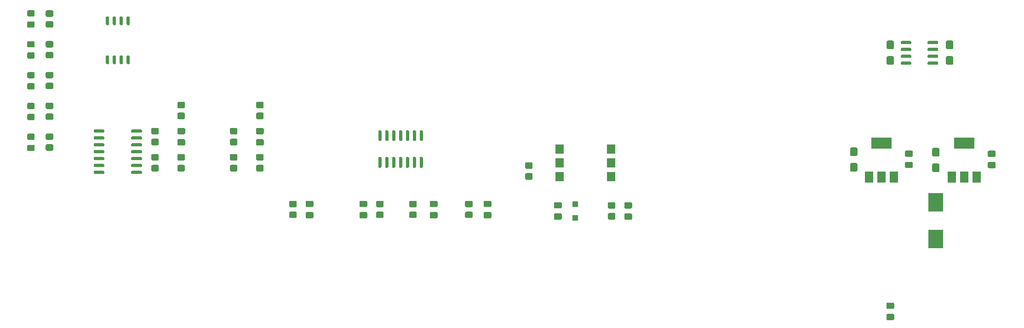
<source format=gbr>
%TF.GenerationSoftware,KiCad,Pcbnew,(5.1.10)-1*%
%TF.CreationDate,2021-06-27T19:19:49+02:00*%
%TF.ProjectId,xfm2,78666d32-2e6b-4696-9361-645f70636258,rev?*%
%TF.SameCoordinates,Original*%
%TF.FileFunction,Paste,Top*%
%TF.FilePolarity,Positive*%
%FSLAX46Y46*%
G04 Gerber Fmt 4.6, Leading zero omitted, Abs format (unit mm)*
G04 Created by KiCad (PCBNEW (5.1.10)-1) date 2021-06-27 19:19:49*
%MOMM*%
%LPD*%
G01*
G04 APERTURE LIST*
%ADD10R,1.500000X1.780000*%
%ADD11R,2.700000X3.500000*%
%ADD12R,3.800000X2.000000*%
%ADD13R,1.500000X2.000000*%
%ADD14R,1.000000X1.000000*%
G04 APERTURE END LIST*
%TO.C,U3*%
G36*
G01*
X77747000Y-95498000D02*
X77447000Y-95498000D01*
G75*
G02*
X77297000Y-95348000I0J150000D01*
G01*
X77297000Y-94048000D01*
G75*
G02*
X77447000Y-93898000I150000J0D01*
G01*
X77747000Y-93898000D01*
G75*
G02*
X77897000Y-94048000I0J-150000D01*
G01*
X77897000Y-95348000D01*
G75*
G02*
X77747000Y-95498000I-150000J0D01*
G01*
G37*
G36*
G01*
X79017000Y-95498000D02*
X78717000Y-95498000D01*
G75*
G02*
X78567000Y-95348000I0J150000D01*
G01*
X78567000Y-94048000D01*
G75*
G02*
X78717000Y-93898000I150000J0D01*
G01*
X79017000Y-93898000D01*
G75*
G02*
X79167000Y-94048000I0J-150000D01*
G01*
X79167000Y-95348000D01*
G75*
G02*
X79017000Y-95498000I-150000J0D01*
G01*
G37*
G36*
G01*
X80287000Y-95498000D02*
X79987000Y-95498000D01*
G75*
G02*
X79837000Y-95348000I0J150000D01*
G01*
X79837000Y-94048000D01*
G75*
G02*
X79987000Y-93898000I150000J0D01*
G01*
X80287000Y-93898000D01*
G75*
G02*
X80437000Y-94048000I0J-150000D01*
G01*
X80437000Y-95348000D01*
G75*
G02*
X80287000Y-95498000I-150000J0D01*
G01*
G37*
G36*
G01*
X81557000Y-95498000D02*
X81257000Y-95498000D01*
G75*
G02*
X81107000Y-95348000I0J150000D01*
G01*
X81107000Y-94048000D01*
G75*
G02*
X81257000Y-93898000I150000J0D01*
G01*
X81557000Y-93898000D01*
G75*
G02*
X81707000Y-94048000I0J-150000D01*
G01*
X81707000Y-95348000D01*
G75*
G02*
X81557000Y-95498000I-150000J0D01*
G01*
G37*
G36*
G01*
X81557000Y-102698000D02*
X81257000Y-102698000D01*
G75*
G02*
X81107000Y-102548000I0J150000D01*
G01*
X81107000Y-101248000D01*
G75*
G02*
X81257000Y-101098000I150000J0D01*
G01*
X81557000Y-101098000D01*
G75*
G02*
X81707000Y-101248000I0J-150000D01*
G01*
X81707000Y-102548000D01*
G75*
G02*
X81557000Y-102698000I-150000J0D01*
G01*
G37*
G36*
G01*
X80287000Y-102698000D02*
X79987000Y-102698000D01*
G75*
G02*
X79837000Y-102548000I0J150000D01*
G01*
X79837000Y-101248000D01*
G75*
G02*
X79987000Y-101098000I150000J0D01*
G01*
X80287000Y-101098000D01*
G75*
G02*
X80437000Y-101248000I0J-150000D01*
G01*
X80437000Y-102548000D01*
G75*
G02*
X80287000Y-102698000I-150000J0D01*
G01*
G37*
G36*
G01*
X79017000Y-102698000D02*
X78717000Y-102698000D01*
G75*
G02*
X78567000Y-102548000I0J150000D01*
G01*
X78567000Y-101248000D01*
G75*
G02*
X78717000Y-101098000I150000J0D01*
G01*
X79017000Y-101098000D01*
G75*
G02*
X79167000Y-101248000I0J-150000D01*
G01*
X79167000Y-102548000D01*
G75*
G02*
X79017000Y-102698000I-150000J0D01*
G01*
G37*
G36*
G01*
X77747000Y-102698000D02*
X77447000Y-102698000D01*
G75*
G02*
X77297000Y-102548000I0J150000D01*
G01*
X77297000Y-101248000D01*
G75*
G02*
X77447000Y-101098000I150000J0D01*
G01*
X77747000Y-101098000D01*
G75*
G02*
X77897000Y-101248000I0J-150000D01*
G01*
X77897000Y-102548000D01*
G75*
G02*
X77747000Y-102698000I-150000J0D01*
G01*
G37*
%TD*%
%TO.C,C1*%
G36*
G01*
X222217000Y-149961000D02*
X221267000Y-149961000D01*
G75*
G02*
X221017000Y-149711000I0J250000D01*
G01*
X221017000Y-149036000D01*
G75*
G02*
X221267000Y-148786000I250000J0D01*
G01*
X222217000Y-148786000D01*
G75*
G02*
X222467000Y-149036000I0J-250000D01*
G01*
X222467000Y-149711000D01*
G75*
G02*
X222217000Y-149961000I-250000J0D01*
G01*
G37*
G36*
G01*
X222217000Y-147886000D02*
X221267000Y-147886000D01*
G75*
G02*
X221017000Y-147636000I0J250000D01*
G01*
X221017000Y-146961000D01*
G75*
G02*
X221267000Y-146711000I250000J0D01*
G01*
X222217000Y-146711000D01*
G75*
G02*
X222467000Y-146961000I0J-250000D01*
G01*
X222467000Y-147636000D01*
G75*
G02*
X222217000Y-147886000I-250000J0D01*
G01*
G37*
%TD*%
%TO.C,D2*%
G36*
G01*
X63049999Y-117589000D02*
X63950001Y-117589000D01*
G75*
G02*
X64200000Y-117838999I0J-249999D01*
G01*
X64200000Y-118489001D01*
G75*
G02*
X63950001Y-118739000I-249999J0D01*
G01*
X63049999Y-118739000D01*
G75*
G02*
X62800000Y-118489001I0J249999D01*
G01*
X62800000Y-117838999D01*
G75*
G02*
X63049999Y-117589000I249999J0D01*
G01*
G37*
G36*
G01*
X63049999Y-115539000D02*
X63950001Y-115539000D01*
G75*
G02*
X64200000Y-115788999I0J-249999D01*
G01*
X64200000Y-116439001D01*
G75*
G02*
X63950001Y-116689000I-249999J0D01*
G01*
X63049999Y-116689000D01*
G75*
G02*
X62800000Y-116439001I0J249999D01*
G01*
X62800000Y-115788999D01*
G75*
G02*
X63049999Y-115539000I249999J0D01*
G01*
G37*
%TD*%
%TO.C,D3*%
G36*
G01*
X63049999Y-109851332D02*
X63950001Y-109851332D01*
G75*
G02*
X64200000Y-110101331I0J-249999D01*
G01*
X64200000Y-110751333D01*
G75*
G02*
X63950001Y-111001332I-249999J0D01*
G01*
X63049999Y-111001332D01*
G75*
G02*
X62800000Y-110751333I0J249999D01*
G01*
X62800000Y-110101331D01*
G75*
G02*
X63049999Y-109851332I249999J0D01*
G01*
G37*
G36*
G01*
X63049999Y-111901332D02*
X63950001Y-111901332D01*
G75*
G02*
X64200000Y-112151331I0J-249999D01*
G01*
X64200000Y-112801333D01*
G75*
G02*
X63950001Y-113051332I-249999J0D01*
G01*
X63049999Y-113051332D01*
G75*
G02*
X62800000Y-112801333I0J249999D01*
G01*
X62800000Y-112151331D01*
G75*
G02*
X63049999Y-111901332I249999J0D01*
G01*
G37*
%TD*%
%TO.C,D4*%
G36*
G01*
X63049999Y-104163666D02*
X63950001Y-104163666D01*
G75*
G02*
X64200000Y-104413665I0J-249999D01*
G01*
X64200000Y-105063667D01*
G75*
G02*
X63950001Y-105313666I-249999J0D01*
G01*
X63049999Y-105313666D01*
G75*
G02*
X62800000Y-105063667I0J249999D01*
G01*
X62800000Y-104413665D01*
G75*
G02*
X63049999Y-104163666I249999J0D01*
G01*
G37*
G36*
G01*
X63049999Y-106213666D02*
X63950001Y-106213666D01*
G75*
G02*
X64200000Y-106463665I0J-249999D01*
G01*
X64200000Y-107113667D01*
G75*
G02*
X63950001Y-107363666I-249999J0D01*
G01*
X63049999Y-107363666D01*
G75*
G02*
X62800000Y-107113667I0J249999D01*
G01*
X62800000Y-106463665D01*
G75*
G02*
X63049999Y-106213666I249999J0D01*
G01*
G37*
%TD*%
%TO.C,D5*%
G36*
G01*
X63049999Y-100526000D02*
X63950001Y-100526000D01*
G75*
G02*
X64200000Y-100775999I0J-249999D01*
G01*
X64200000Y-101426001D01*
G75*
G02*
X63950001Y-101676000I-249999J0D01*
G01*
X63049999Y-101676000D01*
G75*
G02*
X62800000Y-101426001I0J249999D01*
G01*
X62800000Y-100775999D01*
G75*
G02*
X63049999Y-100526000I249999J0D01*
G01*
G37*
G36*
G01*
X63049999Y-98476000D02*
X63950001Y-98476000D01*
G75*
G02*
X64200000Y-98725999I0J-249999D01*
G01*
X64200000Y-99376001D01*
G75*
G02*
X63950001Y-99626000I-249999J0D01*
G01*
X63049999Y-99626000D01*
G75*
G02*
X62800000Y-99376001I0J249999D01*
G01*
X62800000Y-98725999D01*
G75*
G02*
X63049999Y-98476000I249999J0D01*
G01*
G37*
%TD*%
%TO.C,R1*%
G36*
G01*
X170884001Y-129394000D02*
X169983999Y-129394000D01*
G75*
G02*
X169734000Y-129144001I0J249999D01*
G01*
X169734000Y-128443999D01*
G75*
G02*
X169983999Y-128194000I249999J0D01*
G01*
X170884001Y-128194000D01*
G75*
G02*
X171134000Y-128443999I0J-249999D01*
G01*
X171134000Y-129144001D01*
G75*
G02*
X170884001Y-129394000I-249999J0D01*
G01*
G37*
G36*
G01*
X170884001Y-131394000D02*
X169983999Y-131394000D01*
G75*
G02*
X169734000Y-131144001I0J249999D01*
G01*
X169734000Y-130443999D01*
G75*
G02*
X169983999Y-130194000I249999J0D01*
G01*
X170884001Y-130194000D01*
G75*
G02*
X171134000Y-130443999I0J-249999D01*
G01*
X171134000Y-131144001D01*
G75*
G02*
X170884001Y-131394000I-249999J0D01*
G01*
G37*
%TD*%
%TO.C,R2*%
G36*
G01*
X155644001Y-124028000D02*
X154743999Y-124028000D01*
G75*
G02*
X154494000Y-123778001I0J249999D01*
G01*
X154494000Y-123077999D01*
G75*
G02*
X154743999Y-122828000I249999J0D01*
G01*
X155644001Y-122828000D01*
G75*
G02*
X155894000Y-123077999I0J-249999D01*
G01*
X155894000Y-123778001D01*
G75*
G02*
X155644001Y-124028000I-249999J0D01*
G01*
G37*
G36*
G01*
X155644001Y-122028000D02*
X154743999Y-122028000D01*
G75*
G02*
X154494000Y-121778001I0J249999D01*
G01*
X154494000Y-121077999D01*
G75*
G02*
X154743999Y-120828000I249999J0D01*
G01*
X155644001Y-120828000D01*
G75*
G02*
X155894000Y-121077999I0J-249999D01*
G01*
X155894000Y-121778001D01*
G75*
G02*
X155644001Y-122028000I-249999J0D01*
G01*
G37*
%TD*%
%TO.C,R3*%
G36*
G01*
X128212001Y-131110000D02*
X127311999Y-131110000D01*
G75*
G02*
X127062000Y-130860001I0J249999D01*
G01*
X127062000Y-130159999D01*
G75*
G02*
X127311999Y-129910000I249999J0D01*
G01*
X128212001Y-129910000D01*
G75*
G02*
X128462000Y-130159999I0J-249999D01*
G01*
X128462000Y-130860001D01*
G75*
G02*
X128212001Y-131110000I-249999J0D01*
G01*
G37*
G36*
G01*
X128212001Y-129110000D02*
X127311999Y-129110000D01*
G75*
G02*
X127062000Y-128860001I0J249999D01*
G01*
X127062000Y-128159999D01*
G75*
G02*
X127311999Y-127910000I249999J0D01*
G01*
X128212001Y-127910000D01*
G75*
G02*
X128462000Y-128159999I0J-249999D01*
G01*
X128462000Y-128860001D01*
G75*
G02*
X128212001Y-129110000I-249999J0D01*
G01*
G37*
%TD*%
%TO.C,R4*%
G36*
G01*
X143694999Y-129910000D02*
X144595001Y-129910000D01*
G75*
G02*
X144845000Y-130159999I0J-249999D01*
G01*
X144845000Y-130860001D01*
G75*
G02*
X144595001Y-131110000I-249999J0D01*
G01*
X143694999Y-131110000D01*
G75*
G02*
X143445000Y-130860001I0J249999D01*
G01*
X143445000Y-130159999D01*
G75*
G02*
X143694999Y-129910000I249999J0D01*
G01*
G37*
G36*
G01*
X143694999Y-127910000D02*
X144595001Y-127910000D01*
G75*
G02*
X144845000Y-128159999I0J-249999D01*
G01*
X144845000Y-128860001D01*
G75*
G02*
X144595001Y-129110000I-249999J0D01*
G01*
X143694999Y-129110000D01*
G75*
G02*
X143445000Y-128860001I0J249999D01*
G01*
X143445000Y-128159999D01*
G75*
G02*
X143694999Y-127910000I249999J0D01*
G01*
G37*
%TD*%
%TO.C,R5*%
G36*
G01*
X67379001Y-116694000D02*
X66478999Y-116694000D01*
G75*
G02*
X66229000Y-116444001I0J249999D01*
G01*
X66229000Y-115743999D01*
G75*
G02*
X66478999Y-115494000I249999J0D01*
G01*
X67379001Y-115494000D01*
G75*
G02*
X67629000Y-115743999I0J-249999D01*
G01*
X67629000Y-116444001D01*
G75*
G02*
X67379001Y-116694000I-249999J0D01*
G01*
G37*
G36*
G01*
X67379001Y-118694000D02*
X66478999Y-118694000D01*
G75*
G02*
X66229000Y-118444001I0J249999D01*
G01*
X66229000Y-117743999D01*
G75*
G02*
X66478999Y-117494000I249999J0D01*
G01*
X67379001Y-117494000D01*
G75*
G02*
X67629000Y-117743999I0J-249999D01*
G01*
X67629000Y-118444001D01*
G75*
G02*
X67379001Y-118694000I-249999J0D01*
G01*
G37*
%TD*%
%TO.C,R6*%
G36*
G01*
X67379001Y-113006332D02*
X66478999Y-113006332D01*
G75*
G02*
X66229000Y-112756333I0J249999D01*
G01*
X66229000Y-112056331D01*
G75*
G02*
X66478999Y-111806332I249999J0D01*
G01*
X67379001Y-111806332D01*
G75*
G02*
X67629000Y-112056331I0J-249999D01*
G01*
X67629000Y-112756333D01*
G75*
G02*
X67379001Y-113006332I-249999J0D01*
G01*
G37*
G36*
G01*
X67379001Y-111006332D02*
X66478999Y-111006332D01*
G75*
G02*
X66229000Y-110756333I0J249999D01*
G01*
X66229000Y-110056331D01*
G75*
G02*
X66478999Y-109806332I249999J0D01*
G01*
X67379001Y-109806332D01*
G75*
G02*
X67629000Y-110056331I0J-249999D01*
G01*
X67629000Y-110756333D01*
G75*
G02*
X67379001Y-111006332I-249999J0D01*
G01*
G37*
%TD*%
%TO.C,R7*%
G36*
G01*
X67379001Y-105318666D02*
X66478999Y-105318666D01*
G75*
G02*
X66229000Y-105068667I0J249999D01*
G01*
X66229000Y-104368665D01*
G75*
G02*
X66478999Y-104118666I249999J0D01*
G01*
X67379001Y-104118666D01*
G75*
G02*
X67629000Y-104368665I0J-249999D01*
G01*
X67629000Y-105068667D01*
G75*
G02*
X67379001Y-105318666I-249999J0D01*
G01*
G37*
G36*
G01*
X67379001Y-107318666D02*
X66478999Y-107318666D01*
G75*
G02*
X66229000Y-107068667I0J249999D01*
G01*
X66229000Y-106368665D01*
G75*
G02*
X66478999Y-106118666I249999J0D01*
G01*
X67379001Y-106118666D01*
G75*
G02*
X67629000Y-106368665I0J-249999D01*
G01*
X67629000Y-107068667D01*
G75*
G02*
X67379001Y-107318666I-249999J0D01*
G01*
G37*
%TD*%
%TO.C,R8*%
G36*
G01*
X67379001Y-101631000D02*
X66478999Y-101631000D01*
G75*
G02*
X66229000Y-101381001I0J249999D01*
G01*
X66229000Y-100680999D01*
G75*
G02*
X66478999Y-100431000I249999J0D01*
G01*
X67379001Y-100431000D01*
G75*
G02*
X67629000Y-100680999I0J-249999D01*
G01*
X67629000Y-101381001D01*
G75*
G02*
X67379001Y-101631000I-249999J0D01*
G01*
G37*
G36*
G01*
X67379001Y-99631000D02*
X66478999Y-99631000D01*
G75*
G02*
X66229000Y-99381001I0J249999D01*
G01*
X66229000Y-98680999D01*
G75*
G02*
X66478999Y-98431000I249999J0D01*
G01*
X67379001Y-98431000D01*
G75*
G02*
X67629000Y-98680999I0J-249999D01*
G01*
X67629000Y-99381001D01*
G75*
G02*
X67379001Y-99631000I-249999J0D01*
G01*
G37*
%TD*%
%TO.C,FB1*%
G36*
G01*
X148049000Y-131165000D02*
X147099000Y-131165000D01*
G75*
G02*
X146849000Y-130915000I0J250000D01*
G01*
X146849000Y-130240000D01*
G75*
G02*
X147099000Y-129990000I250000J0D01*
G01*
X148049000Y-129990000D01*
G75*
G02*
X148299000Y-130240000I0J-250000D01*
G01*
X148299000Y-130915000D01*
G75*
G02*
X148049000Y-131165000I-250000J0D01*
G01*
G37*
G36*
G01*
X148049000Y-129090000D02*
X147099000Y-129090000D01*
G75*
G02*
X146849000Y-128840000I0J250000D01*
G01*
X146849000Y-128165000D01*
G75*
G02*
X147099000Y-127915000I250000J0D01*
G01*
X148049000Y-127915000D01*
G75*
G02*
X148299000Y-128165000I0J-250000D01*
G01*
X148299000Y-128840000D01*
G75*
G02*
X148049000Y-129090000I-250000J0D01*
G01*
G37*
%TD*%
%TO.C,FB2*%
G36*
G01*
X115283000Y-129090000D02*
X114333000Y-129090000D01*
G75*
G02*
X114083000Y-128840000I0J250000D01*
G01*
X114083000Y-128165000D01*
G75*
G02*
X114333000Y-127915000I250000J0D01*
G01*
X115283000Y-127915000D01*
G75*
G02*
X115533000Y-128165000I0J-250000D01*
G01*
X115533000Y-128840000D01*
G75*
G02*
X115283000Y-129090000I-250000J0D01*
G01*
G37*
G36*
G01*
X115283000Y-131165000D02*
X114333000Y-131165000D01*
G75*
G02*
X114083000Y-130915000I0J250000D01*
G01*
X114083000Y-130240000D01*
G75*
G02*
X114333000Y-129990000I250000J0D01*
G01*
X115283000Y-129990000D01*
G75*
G02*
X115533000Y-130240000I0J-250000D01*
G01*
X115533000Y-130915000D01*
G75*
G02*
X115283000Y-131165000I-250000J0D01*
G01*
G37*
%TD*%
%TO.C,FB3*%
G36*
G01*
X173957000Y-129365500D02*
X173007000Y-129365500D01*
G75*
G02*
X172757000Y-129115500I0J250000D01*
G01*
X172757000Y-128440500D01*
G75*
G02*
X173007000Y-128190500I250000J0D01*
G01*
X173957000Y-128190500D01*
G75*
G02*
X174207000Y-128440500I0J-250000D01*
G01*
X174207000Y-129115500D01*
G75*
G02*
X173957000Y-129365500I-250000J0D01*
G01*
G37*
G36*
G01*
X173957000Y-131440500D02*
X173007000Y-131440500D01*
G75*
G02*
X172757000Y-131190500I0J250000D01*
G01*
X172757000Y-130515500D01*
G75*
G02*
X173007000Y-130265500I250000J0D01*
G01*
X173957000Y-130265500D01*
G75*
G02*
X174207000Y-130515500I0J-250000D01*
G01*
X174207000Y-131190500D01*
G75*
G02*
X173957000Y-131440500I-250000J0D01*
G01*
G37*
%TD*%
%TO.C,FB4*%
G36*
G01*
X161003000Y-131419000D02*
X160053000Y-131419000D01*
G75*
G02*
X159803000Y-131169000I0J250000D01*
G01*
X159803000Y-130494000D01*
G75*
G02*
X160053000Y-130244000I250000J0D01*
G01*
X161003000Y-130244000D01*
G75*
G02*
X161253000Y-130494000I0J-250000D01*
G01*
X161253000Y-131169000D01*
G75*
G02*
X161003000Y-131419000I-250000J0D01*
G01*
G37*
G36*
G01*
X161003000Y-129344000D02*
X160053000Y-129344000D01*
G75*
G02*
X159803000Y-129094000I0J250000D01*
G01*
X159803000Y-128419000D01*
G75*
G02*
X160053000Y-128169000I250000J0D01*
G01*
X161003000Y-128169000D01*
G75*
G02*
X161253000Y-128419000I0J-250000D01*
G01*
X161253000Y-129094000D01*
G75*
G02*
X161003000Y-129344000I-250000J0D01*
G01*
G37*
%TD*%
%TO.C,FB5*%
G36*
G01*
X137193000Y-129990000D02*
X138143000Y-129990000D01*
G75*
G02*
X138393000Y-130240000I0J-250000D01*
G01*
X138393000Y-130915000D01*
G75*
G02*
X138143000Y-131165000I-250000J0D01*
G01*
X137193000Y-131165000D01*
G75*
G02*
X136943000Y-130915000I0J250000D01*
G01*
X136943000Y-130240000D01*
G75*
G02*
X137193000Y-129990000I250000J0D01*
G01*
G37*
G36*
G01*
X137193000Y-127915000D02*
X138143000Y-127915000D01*
G75*
G02*
X138393000Y-128165000I0J-250000D01*
G01*
X138393000Y-128840000D01*
G75*
G02*
X138143000Y-129090000I-250000J0D01*
G01*
X137193000Y-129090000D01*
G75*
G02*
X136943000Y-128840000I0J250000D01*
G01*
X136943000Y-128165000D01*
G75*
G02*
X137193000Y-127915000I250000J0D01*
G01*
G37*
%TD*%
%TO.C,FB6*%
G36*
G01*
X124239000Y-127915000D02*
X125189000Y-127915000D01*
G75*
G02*
X125439000Y-128165000I0J-250000D01*
G01*
X125439000Y-128840000D01*
G75*
G02*
X125189000Y-129090000I-250000J0D01*
G01*
X124239000Y-129090000D01*
G75*
G02*
X123989000Y-128840000I0J250000D01*
G01*
X123989000Y-128165000D01*
G75*
G02*
X124239000Y-127915000I250000J0D01*
G01*
G37*
G36*
G01*
X124239000Y-129990000D02*
X125189000Y-129990000D01*
G75*
G02*
X125439000Y-130240000I0J-250000D01*
G01*
X125439000Y-130915000D01*
G75*
G02*
X125189000Y-131165000I-250000J0D01*
G01*
X124239000Y-131165000D01*
G75*
G02*
X123989000Y-130915000I0J250000D01*
G01*
X123989000Y-130240000D01*
G75*
G02*
X124239000Y-129990000I250000J0D01*
G01*
G37*
%TD*%
%TO.C,R9*%
G36*
G01*
X111309999Y-127910000D02*
X112210001Y-127910000D01*
G75*
G02*
X112460000Y-128159999I0J-249999D01*
G01*
X112460000Y-128860001D01*
G75*
G02*
X112210001Y-129110000I-249999J0D01*
G01*
X111309999Y-129110000D01*
G75*
G02*
X111060000Y-128860001I0J249999D01*
G01*
X111060000Y-128159999D01*
G75*
G02*
X111309999Y-127910000I249999J0D01*
G01*
G37*
G36*
G01*
X111309999Y-129910000D02*
X112210001Y-129910000D01*
G75*
G02*
X112460000Y-130159999I0J-249999D01*
G01*
X112460000Y-130860001D01*
G75*
G02*
X112210001Y-131110000I-249999J0D01*
G01*
X111309999Y-131110000D01*
G75*
G02*
X111060000Y-130860001I0J249999D01*
G01*
X111060000Y-130159999D01*
G75*
G02*
X111309999Y-129910000I249999J0D01*
G01*
G37*
%TD*%
%TO.C,R10*%
G36*
G01*
X134308001Y-129110000D02*
X133407999Y-129110000D01*
G75*
G02*
X133158000Y-128860001I0J249999D01*
G01*
X133158000Y-128159999D01*
G75*
G02*
X133407999Y-127910000I249999J0D01*
G01*
X134308001Y-127910000D01*
G75*
G02*
X134558000Y-128159999I0J-249999D01*
G01*
X134558000Y-128860001D01*
G75*
G02*
X134308001Y-129110000I-249999J0D01*
G01*
G37*
G36*
G01*
X134308001Y-131110000D02*
X133407999Y-131110000D01*
G75*
G02*
X133158000Y-130860001I0J249999D01*
G01*
X133158000Y-130159999D01*
G75*
G02*
X133407999Y-129910000I249999J0D01*
G01*
X134308001Y-129910000D01*
G75*
G02*
X134558000Y-130159999I0J-249999D01*
G01*
X134558000Y-130860001D01*
G75*
G02*
X134308001Y-131110000I-249999J0D01*
G01*
G37*
%TD*%
%TO.C,U5*%
G36*
G01*
X135232000Y-114914000D02*
X135532000Y-114914000D01*
G75*
G02*
X135682000Y-115064000I0J-150000D01*
G01*
X135682000Y-116714000D01*
G75*
G02*
X135532000Y-116864000I-150000J0D01*
G01*
X135232000Y-116864000D01*
G75*
G02*
X135082000Y-116714000I0J150000D01*
G01*
X135082000Y-115064000D01*
G75*
G02*
X135232000Y-114914000I150000J0D01*
G01*
G37*
G36*
G01*
X133962000Y-114914000D02*
X134262000Y-114914000D01*
G75*
G02*
X134412000Y-115064000I0J-150000D01*
G01*
X134412000Y-116714000D01*
G75*
G02*
X134262000Y-116864000I-150000J0D01*
G01*
X133962000Y-116864000D01*
G75*
G02*
X133812000Y-116714000I0J150000D01*
G01*
X133812000Y-115064000D01*
G75*
G02*
X133962000Y-114914000I150000J0D01*
G01*
G37*
G36*
G01*
X132692000Y-114914000D02*
X132992000Y-114914000D01*
G75*
G02*
X133142000Y-115064000I0J-150000D01*
G01*
X133142000Y-116714000D01*
G75*
G02*
X132992000Y-116864000I-150000J0D01*
G01*
X132692000Y-116864000D01*
G75*
G02*
X132542000Y-116714000I0J150000D01*
G01*
X132542000Y-115064000D01*
G75*
G02*
X132692000Y-114914000I150000J0D01*
G01*
G37*
G36*
G01*
X131422000Y-114914000D02*
X131722000Y-114914000D01*
G75*
G02*
X131872000Y-115064000I0J-150000D01*
G01*
X131872000Y-116714000D01*
G75*
G02*
X131722000Y-116864000I-150000J0D01*
G01*
X131422000Y-116864000D01*
G75*
G02*
X131272000Y-116714000I0J150000D01*
G01*
X131272000Y-115064000D01*
G75*
G02*
X131422000Y-114914000I150000J0D01*
G01*
G37*
G36*
G01*
X130152000Y-114914000D02*
X130452000Y-114914000D01*
G75*
G02*
X130602000Y-115064000I0J-150000D01*
G01*
X130602000Y-116714000D01*
G75*
G02*
X130452000Y-116864000I-150000J0D01*
G01*
X130152000Y-116864000D01*
G75*
G02*
X130002000Y-116714000I0J150000D01*
G01*
X130002000Y-115064000D01*
G75*
G02*
X130152000Y-114914000I150000J0D01*
G01*
G37*
G36*
G01*
X128882000Y-114914000D02*
X129182000Y-114914000D01*
G75*
G02*
X129332000Y-115064000I0J-150000D01*
G01*
X129332000Y-116714000D01*
G75*
G02*
X129182000Y-116864000I-150000J0D01*
G01*
X128882000Y-116864000D01*
G75*
G02*
X128732000Y-116714000I0J150000D01*
G01*
X128732000Y-115064000D01*
G75*
G02*
X128882000Y-114914000I150000J0D01*
G01*
G37*
G36*
G01*
X127612000Y-114914000D02*
X127912000Y-114914000D01*
G75*
G02*
X128062000Y-115064000I0J-150000D01*
G01*
X128062000Y-116714000D01*
G75*
G02*
X127912000Y-116864000I-150000J0D01*
G01*
X127612000Y-116864000D01*
G75*
G02*
X127462000Y-116714000I0J150000D01*
G01*
X127462000Y-115064000D01*
G75*
G02*
X127612000Y-114914000I150000J0D01*
G01*
G37*
G36*
G01*
X127612000Y-119864000D02*
X127912000Y-119864000D01*
G75*
G02*
X128062000Y-120014000I0J-150000D01*
G01*
X128062000Y-121664000D01*
G75*
G02*
X127912000Y-121814000I-150000J0D01*
G01*
X127612000Y-121814000D01*
G75*
G02*
X127462000Y-121664000I0J150000D01*
G01*
X127462000Y-120014000D01*
G75*
G02*
X127612000Y-119864000I150000J0D01*
G01*
G37*
G36*
G01*
X128882000Y-119864000D02*
X129182000Y-119864000D01*
G75*
G02*
X129332000Y-120014000I0J-150000D01*
G01*
X129332000Y-121664000D01*
G75*
G02*
X129182000Y-121814000I-150000J0D01*
G01*
X128882000Y-121814000D01*
G75*
G02*
X128732000Y-121664000I0J150000D01*
G01*
X128732000Y-120014000D01*
G75*
G02*
X128882000Y-119864000I150000J0D01*
G01*
G37*
G36*
G01*
X130152000Y-119864000D02*
X130452000Y-119864000D01*
G75*
G02*
X130602000Y-120014000I0J-150000D01*
G01*
X130602000Y-121664000D01*
G75*
G02*
X130452000Y-121814000I-150000J0D01*
G01*
X130152000Y-121814000D01*
G75*
G02*
X130002000Y-121664000I0J150000D01*
G01*
X130002000Y-120014000D01*
G75*
G02*
X130152000Y-119864000I150000J0D01*
G01*
G37*
G36*
G01*
X131422000Y-119864000D02*
X131722000Y-119864000D01*
G75*
G02*
X131872000Y-120014000I0J-150000D01*
G01*
X131872000Y-121664000D01*
G75*
G02*
X131722000Y-121814000I-150000J0D01*
G01*
X131422000Y-121814000D01*
G75*
G02*
X131272000Y-121664000I0J150000D01*
G01*
X131272000Y-120014000D01*
G75*
G02*
X131422000Y-119864000I150000J0D01*
G01*
G37*
G36*
G01*
X132692000Y-119864000D02*
X132992000Y-119864000D01*
G75*
G02*
X133142000Y-120014000I0J-150000D01*
G01*
X133142000Y-121664000D01*
G75*
G02*
X132992000Y-121814000I-150000J0D01*
G01*
X132692000Y-121814000D01*
G75*
G02*
X132542000Y-121664000I0J150000D01*
G01*
X132542000Y-120014000D01*
G75*
G02*
X132692000Y-119864000I150000J0D01*
G01*
G37*
G36*
G01*
X133962000Y-119864000D02*
X134262000Y-119864000D01*
G75*
G02*
X134412000Y-120014000I0J-150000D01*
G01*
X134412000Y-121664000D01*
G75*
G02*
X134262000Y-121814000I-150000J0D01*
G01*
X133962000Y-121814000D01*
G75*
G02*
X133812000Y-121664000I0J150000D01*
G01*
X133812000Y-120014000D01*
G75*
G02*
X133962000Y-119864000I150000J0D01*
G01*
G37*
G36*
G01*
X135232000Y-119864000D02*
X135532000Y-119864000D01*
G75*
G02*
X135682000Y-120014000I0J-150000D01*
G01*
X135682000Y-121664000D01*
G75*
G02*
X135532000Y-121814000I-150000J0D01*
G01*
X135232000Y-121814000D01*
G75*
G02*
X135082000Y-121664000I0J150000D01*
G01*
X135082000Y-120014000D01*
G75*
G02*
X135232000Y-119864000I150000J0D01*
G01*
G37*
%TD*%
D10*
%TO.C,U1*%
X170373000Y-123444000D03*
X160843000Y-118364000D03*
X170373000Y-120904000D03*
X160843000Y-120904000D03*
X170373000Y-118364000D03*
X160843000Y-123444000D03*
%TD*%
%TO.C,C2*%
G36*
G01*
X239936000Y-118664000D02*
X240886000Y-118664000D01*
G75*
G02*
X241136000Y-118914000I0J-250000D01*
G01*
X241136000Y-119589000D01*
G75*
G02*
X240886000Y-119839000I-250000J0D01*
G01*
X239936000Y-119839000D01*
G75*
G02*
X239686000Y-119589000I0J250000D01*
G01*
X239686000Y-118914000D01*
G75*
G02*
X239936000Y-118664000I250000J0D01*
G01*
G37*
G36*
G01*
X239936000Y-120739000D02*
X240886000Y-120739000D01*
G75*
G02*
X241136000Y-120989000I0J-250000D01*
G01*
X241136000Y-121664000D01*
G75*
G02*
X240886000Y-121914000I-250000J0D01*
G01*
X239936000Y-121914000D01*
G75*
G02*
X239686000Y-121664000I0J250000D01*
G01*
X239686000Y-120989000D01*
G75*
G02*
X239936000Y-120739000I250000J0D01*
G01*
G37*
%TD*%
%TO.C,C3*%
G36*
G01*
X224696000Y-120719000D02*
X225646000Y-120719000D01*
G75*
G02*
X225896000Y-120969000I0J-250000D01*
G01*
X225896000Y-121644000D01*
G75*
G02*
X225646000Y-121894000I-250000J0D01*
G01*
X224696000Y-121894000D01*
G75*
G02*
X224446000Y-121644000I0J250000D01*
G01*
X224446000Y-120969000D01*
G75*
G02*
X224696000Y-120719000I250000J0D01*
G01*
G37*
G36*
G01*
X224696000Y-118644000D02*
X225646000Y-118644000D01*
G75*
G02*
X225896000Y-118894000I0J-250000D01*
G01*
X225896000Y-119569000D01*
G75*
G02*
X225646000Y-119819000I-250000J0D01*
G01*
X224696000Y-119819000D01*
G75*
G02*
X224446000Y-119569000I0J250000D01*
G01*
X224446000Y-118894000D01*
G75*
G02*
X224696000Y-118644000I250000J0D01*
G01*
G37*
%TD*%
%TO.C,C6*%
G36*
G01*
X105189000Y-114483000D02*
X106139000Y-114483000D01*
G75*
G02*
X106389000Y-114733000I0J-250000D01*
G01*
X106389000Y-115408000D01*
G75*
G02*
X106139000Y-115658000I-250000J0D01*
G01*
X105189000Y-115658000D01*
G75*
G02*
X104939000Y-115408000I0J250000D01*
G01*
X104939000Y-114733000D01*
G75*
G02*
X105189000Y-114483000I250000J0D01*
G01*
G37*
G36*
G01*
X105189000Y-116558000D02*
X106139000Y-116558000D01*
G75*
G02*
X106389000Y-116808000I0J-250000D01*
G01*
X106389000Y-117483000D01*
G75*
G02*
X106139000Y-117733000I-250000J0D01*
G01*
X105189000Y-117733000D01*
G75*
G02*
X104939000Y-117483000I0J250000D01*
G01*
X104939000Y-116808000D01*
G75*
G02*
X105189000Y-116558000I250000J0D01*
G01*
G37*
%TD*%
%TO.C,C7*%
G36*
G01*
X90711000Y-116558000D02*
X91661000Y-116558000D01*
G75*
G02*
X91911000Y-116808000I0J-250000D01*
G01*
X91911000Y-117483000D01*
G75*
G02*
X91661000Y-117733000I-250000J0D01*
G01*
X90711000Y-117733000D01*
G75*
G02*
X90461000Y-117483000I0J250000D01*
G01*
X90461000Y-116808000D01*
G75*
G02*
X90711000Y-116558000I250000J0D01*
G01*
G37*
G36*
G01*
X90711000Y-114483000D02*
X91661000Y-114483000D01*
G75*
G02*
X91911000Y-114733000I0J-250000D01*
G01*
X91911000Y-115408000D01*
G75*
G02*
X91661000Y-115658000I-250000J0D01*
G01*
X90711000Y-115658000D01*
G75*
G02*
X90461000Y-115408000I0J250000D01*
G01*
X90461000Y-114733000D01*
G75*
G02*
X90711000Y-114483000I250000J0D01*
G01*
G37*
%TD*%
D11*
%TO.C,D6*%
X230124000Y-128172000D03*
X230124000Y-134972000D03*
%TD*%
%TO.C,R11*%
G36*
G01*
X105213999Y-119304000D02*
X106114001Y-119304000D01*
G75*
G02*
X106364000Y-119553999I0J-249999D01*
G01*
X106364000Y-120254001D01*
G75*
G02*
X106114001Y-120504000I-249999J0D01*
G01*
X105213999Y-120504000D01*
G75*
G02*
X104964000Y-120254001I0J249999D01*
G01*
X104964000Y-119553999D01*
G75*
G02*
X105213999Y-119304000I249999J0D01*
G01*
G37*
G36*
G01*
X105213999Y-121304000D02*
X106114001Y-121304000D01*
G75*
G02*
X106364000Y-121553999I0J-249999D01*
G01*
X106364000Y-122254001D01*
G75*
G02*
X106114001Y-122504000I-249999J0D01*
G01*
X105213999Y-122504000D01*
G75*
G02*
X104964000Y-122254001I0J249999D01*
G01*
X104964000Y-121553999D01*
G75*
G02*
X105213999Y-121304000I249999J0D01*
G01*
G37*
%TD*%
%TO.C,R12*%
G36*
G01*
X85909999Y-119304000D02*
X86810001Y-119304000D01*
G75*
G02*
X87060000Y-119553999I0J-249999D01*
G01*
X87060000Y-120254001D01*
G75*
G02*
X86810001Y-120504000I-249999J0D01*
G01*
X85909999Y-120504000D01*
G75*
G02*
X85660000Y-120254001I0J249999D01*
G01*
X85660000Y-119553999D01*
G75*
G02*
X85909999Y-119304000I249999J0D01*
G01*
G37*
G36*
G01*
X85909999Y-121304000D02*
X86810001Y-121304000D01*
G75*
G02*
X87060000Y-121553999I0J-249999D01*
G01*
X87060000Y-122254001D01*
G75*
G02*
X86810001Y-122504000I-249999J0D01*
G01*
X85909999Y-122504000D01*
G75*
G02*
X85660000Y-122254001I0J249999D01*
G01*
X85660000Y-121553999D01*
G75*
G02*
X85909999Y-121304000I249999J0D01*
G01*
G37*
%TD*%
%TO.C,R13*%
G36*
G01*
X100387999Y-121304000D02*
X101288001Y-121304000D01*
G75*
G02*
X101538000Y-121553999I0J-249999D01*
G01*
X101538000Y-122254001D01*
G75*
G02*
X101288001Y-122504000I-249999J0D01*
G01*
X100387999Y-122504000D01*
G75*
G02*
X100138000Y-122254001I0J249999D01*
G01*
X100138000Y-121553999D01*
G75*
G02*
X100387999Y-121304000I249999J0D01*
G01*
G37*
G36*
G01*
X100387999Y-119304000D02*
X101288001Y-119304000D01*
G75*
G02*
X101538000Y-119553999I0J-249999D01*
G01*
X101538000Y-120254001D01*
G75*
G02*
X101288001Y-120504000I-249999J0D01*
G01*
X100387999Y-120504000D01*
G75*
G02*
X100138000Y-120254001I0J249999D01*
G01*
X100138000Y-119553999D01*
G75*
G02*
X100387999Y-119304000I249999J0D01*
G01*
G37*
%TD*%
%TO.C,R14*%
G36*
G01*
X90705999Y-121304000D02*
X91606001Y-121304000D01*
G75*
G02*
X91856000Y-121553999I0J-249999D01*
G01*
X91856000Y-122254001D01*
G75*
G02*
X91606001Y-122504000I-249999J0D01*
G01*
X90705999Y-122504000D01*
G75*
G02*
X90456000Y-122254001I0J249999D01*
G01*
X90456000Y-121553999D01*
G75*
G02*
X90705999Y-121304000I249999J0D01*
G01*
G37*
G36*
G01*
X90705999Y-119304000D02*
X91606001Y-119304000D01*
G75*
G02*
X91856000Y-119553999I0J-249999D01*
G01*
X91856000Y-120254001D01*
G75*
G02*
X91606001Y-120504000I-249999J0D01*
G01*
X90705999Y-120504000D01*
G75*
G02*
X90456000Y-120254001I0J249999D01*
G01*
X90456000Y-119553999D01*
G75*
G02*
X90705999Y-119304000I249999J0D01*
G01*
G37*
%TD*%
%TO.C,R15*%
G36*
G01*
X100387999Y-114478000D02*
X101288001Y-114478000D01*
G75*
G02*
X101538000Y-114727999I0J-249999D01*
G01*
X101538000Y-115428001D01*
G75*
G02*
X101288001Y-115678000I-249999J0D01*
G01*
X100387999Y-115678000D01*
G75*
G02*
X100138000Y-115428001I0J249999D01*
G01*
X100138000Y-114727999D01*
G75*
G02*
X100387999Y-114478000I249999J0D01*
G01*
G37*
G36*
G01*
X100387999Y-116478000D02*
X101288001Y-116478000D01*
G75*
G02*
X101538000Y-116727999I0J-249999D01*
G01*
X101538000Y-117428001D01*
G75*
G02*
X101288001Y-117678000I-249999J0D01*
G01*
X100387999Y-117678000D01*
G75*
G02*
X100138000Y-117428001I0J249999D01*
G01*
X100138000Y-116727999D01*
G75*
G02*
X100387999Y-116478000I249999J0D01*
G01*
G37*
%TD*%
%TO.C,R16*%
G36*
G01*
X85909999Y-116478000D02*
X86810001Y-116478000D01*
G75*
G02*
X87060000Y-116727999I0J-249999D01*
G01*
X87060000Y-117428001D01*
G75*
G02*
X86810001Y-117678000I-249999J0D01*
G01*
X85909999Y-117678000D01*
G75*
G02*
X85660000Y-117428001I0J249999D01*
G01*
X85660000Y-116727999D01*
G75*
G02*
X85909999Y-116478000I249999J0D01*
G01*
G37*
G36*
G01*
X85909999Y-114478000D02*
X86810001Y-114478000D01*
G75*
G02*
X87060000Y-114727999I0J-249999D01*
G01*
X87060000Y-115428001D01*
G75*
G02*
X86810001Y-115678000I-249999J0D01*
G01*
X85909999Y-115678000D01*
G75*
G02*
X85660000Y-115428001I0J249999D01*
G01*
X85660000Y-114727999D01*
G75*
G02*
X85909999Y-114478000I249999J0D01*
G01*
G37*
%TD*%
%TO.C,R17*%
G36*
G01*
X106114001Y-110852000D02*
X105213999Y-110852000D01*
G75*
G02*
X104964000Y-110602001I0J249999D01*
G01*
X104964000Y-109901999D01*
G75*
G02*
X105213999Y-109652000I249999J0D01*
G01*
X106114001Y-109652000D01*
G75*
G02*
X106364000Y-109901999I0J-249999D01*
G01*
X106364000Y-110602001D01*
G75*
G02*
X106114001Y-110852000I-249999J0D01*
G01*
G37*
G36*
G01*
X106114001Y-112852000D02*
X105213999Y-112852000D01*
G75*
G02*
X104964000Y-112602001I0J249999D01*
G01*
X104964000Y-111901999D01*
G75*
G02*
X105213999Y-111652000I249999J0D01*
G01*
X106114001Y-111652000D01*
G75*
G02*
X106364000Y-111901999I0J-249999D01*
G01*
X106364000Y-112602001D01*
G75*
G02*
X106114001Y-112852000I-249999J0D01*
G01*
G37*
%TD*%
%TO.C,R18*%
G36*
G01*
X91606001Y-112852000D02*
X90705999Y-112852000D01*
G75*
G02*
X90456000Y-112602001I0J249999D01*
G01*
X90456000Y-111901999D01*
G75*
G02*
X90705999Y-111652000I249999J0D01*
G01*
X91606001Y-111652000D01*
G75*
G02*
X91856000Y-111901999I0J-249999D01*
G01*
X91856000Y-112602001D01*
G75*
G02*
X91606001Y-112852000I-249999J0D01*
G01*
G37*
G36*
G01*
X91606001Y-110852000D02*
X90705999Y-110852000D01*
G75*
G02*
X90456000Y-110602001I0J249999D01*
G01*
X90456000Y-109901999D01*
G75*
G02*
X90705999Y-109652000I249999J0D01*
G01*
X91606001Y-109652000D01*
G75*
G02*
X91856000Y-109901999I0J-249999D01*
G01*
X91856000Y-110602001D01*
G75*
G02*
X91606001Y-110852000I-249999J0D01*
G01*
G37*
%TD*%
D12*
%TO.C,U6*%
X220091000Y-117246000D03*
D13*
X220091000Y-123546000D03*
X222391000Y-123546000D03*
X217791000Y-123546000D03*
%TD*%
%TO.C,U7*%
X233031000Y-123546000D03*
X237631000Y-123546000D03*
X235331000Y-123546000D03*
D12*
X235331000Y-117246000D03*
%TD*%
%TO.C,U8*%
G36*
G01*
X83952000Y-122532000D02*
X83952000Y-122832000D01*
G75*
G02*
X83802000Y-122982000I-150000J0D01*
G01*
X82127000Y-122982000D01*
G75*
G02*
X81977000Y-122832000I0J150000D01*
G01*
X81977000Y-122532000D01*
G75*
G02*
X82127000Y-122382000I150000J0D01*
G01*
X83802000Y-122382000D01*
G75*
G02*
X83952000Y-122532000I0J-150000D01*
G01*
G37*
G36*
G01*
X83952000Y-121262000D02*
X83952000Y-121562000D01*
G75*
G02*
X83802000Y-121712000I-150000J0D01*
G01*
X82127000Y-121712000D01*
G75*
G02*
X81977000Y-121562000I0J150000D01*
G01*
X81977000Y-121262000D01*
G75*
G02*
X82127000Y-121112000I150000J0D01*
G01*
X83802000Y-121112000D01*
G75*
G02*
X83952000Y-121262000I0J-150000D01*
G01*
G37*
G36*
G01*
X83952000Y-119992000D02*
X83952000Y-120292000D01*
G75*
G02*
X83802000Y-120442000I-150000J0D01*
G01*
X82127000Y-120442000D01*
G75*
G02*
X81977000Y-120292000I0J150000D01*
G01*
X81977000Y-119992000D01*
G75*
G02*
X82127000Y-119842000I150000J0D01*
G01*
X83802000Y-119842000D01*
G75*
G02*
X83952000Y-119992000I0J-150000D01*
G01*
G37*
G36*
G01*
X83952000Y-118722000D02*
X83952000Y-119022000D01*
G75*
G02*
X83802000Y-119172000I-150000J0D01*
G01*
X82127000Y-119172000D01*
G75*
G02*
X81977000Y-119022000I0J150000D01*
G01*
X81977000Y-118722000D01*
G75*
G02*
X82127000Y-118572000I150000J0D01*
G01*
X83802000Y-118572000D01*
G75*
G02*
X83952000Y-118722000I0J-150000D01*
G01*
G37*
G36*
G01*
X83952000Y-117452000D02*
X83952000Y-117752000D01*
G75*
G02*
X83802000Y-117902000I-150000J0D01*
G01*
X82127000Y-117902000D01*
G75*
G02*
X81977000Y-117752000I0J150000D01*
G01*
X81977000Y-117452000D01*
G75*
G02*
X82127000Y-117302000I150000J0D01*
G01*
X83802000Y-117302000D01*
G75*
G02*
X83952000Y-117452000I0J-150000D01*
G01*
G37*
G36*
G01*
X83952000Y-116182000D02*
X83952000Y-116482000D01*
G75*
G02*
X83802000Y-116632000I-150000J0D01*
G01*
X82127000Y-116632000D01*
G75*
G02*
X81977000Y-116482000I0J150000D01*
G01*
X81977000Y-116182000D01*
G75*
G02*
X82127000Y-116032000I150000J0D01*
G01*
X83802000Y-116032000D01*
G75*
G02*
X83952000Y-116182000I0J-150000D01*
G01*
G37*
G36*
G01*
X83952000Y-114912000D02*
X83952000Y-115212000D01*
G75*
G02*
X83802000Y-115362000I-150000J0D01*
G01*
X82127000Y-115362000D01*
G75*
G02*
X81977000Y-115212000I0J150000D01*
G01*
X81977000Y-114912000D01*
G75*
G02*
X82127000Y-114762000I150000J0D01*
G01*
X83802000Y-114762000D01*
G75*
G02*
X83952000Y-114912000I0J-150000D01*
G01*
G37*
G36*
G01*
X77027000Y-114912000D02*
X77027000Y-115212000D01*
G75*
G02*
X76877000Y-115362000I-150000J0D01*
G01*
X75202000Y-115362000D01*
G75*
G02*
X75052000Y-115212000I0J150000D01*
G01*
X75052000Y-114912000D01*
G75*
G02*
X75202000Y-114762000I150000J0D01*
G01*
X76877000Y-114762000D01*
G75*
G02*
X77027000Y-114912000I0J-150000D01*
G01*
G37*
G36*
G01*
X77027000Y-116182000D02*
X77027000Y-116482000D01*
G75*
G02*
X76877000Y-116632000I-150000J0D01*
G01*
X75202000Y-116632000D01*
G75*
G02*
X75052000Y-116482000I0J150000D01*
G01*
X75052000Y-116182000D01*
G75*
G02*
X75202000Y-116032000I150000J0D01*
G01*
X76877000Y-116032000D01*
G75*
G02*
X77027000Y-116182000I0J-150000D01*
G01*
G37*
G36*
G01*
X77027000Y-117452000D02*
X77027000Y-117752000D01*
G75*
G02*
X76877000Y-117902000I-150000J0D01*
G01*
X75202000Y-117902000D01*
G75*
G02*
X75052000Y-117752000I0J150000D01*
G01*
X75052000Y-117452000D01*
G75*
G02*
X75202000Y-117302000I150000J0D01*
G01*
X76877000Y-117302000D01*
G75*
G02*
X77027000Y-117452000I0J-150000D01*
G01*
G37*
G36*
G01*
X77027000Y-118722000D02*
X77027000Y-119022000D01*
G75*
G02*
X76877000Y-119172000I-150000J0D01*
G01*
X75202000Y-119172000D01*
G75*
G02*
X75052000Y-119022000I0J150000D01*
G01*
X75052000Y-118722000D01*
G75*
G02*
X75202000Y-118572000I150000J0D01*
G01*
X76877000Y-118572000D01*
G75*
G02*
X77027000Y-118722000I0J-150000D01*
G01*
G37*
G36*
G01*
X77027000Y-119992000D02*
X77027000Y-120292000D01*
G75*
G02*
X76877000Y-120442000I-150000J0D01*
G01*
X75202000Y-120442000D01*
G75*
G02*
X75052000Y-120292000I0J150000D01*
G01*
X75052000Y-119992000D01*
G75*
G02*
X75202000Y-119842000I150000J0D01*
G01*
X76877000Y-119842000D01*
G75*
G02*
X77027000Y-119992000I0J-150000D01*
G01*
G37*
G36*
G01*
X77027000Y-121262000D02*
X77027000Y-121562000D01*
G75*
G02*
X76877000Y-121712000I-150000J0D01*
G01*
X75202000Y-121712000D01*
G75*
G02*
X75052000Y-121562000I0J150000D01*
G01*
X75052000Y-121262000D01*
G75*
G02*
X75202000Y-121112000I150000J0D01*
G01*
X76877000Y-121112000D01*
G75*
G02*
X77027000Y-121262000I0J-150000D01*
G01*
G37*
G36*
G01*
X77027000Y-122532000D02*
X77027000Y-122832000D01*
G75*
G02*
X76877000Y-122982000I-150000J0D01*
G01*
X75202000Y-122982000D01*
G75*
G02*
X75052000Y-122832000I0J150000D01*
G01*
X75052000Y-122532000D01*
G75*
G02*
X75202000Y-122382000I150000J0D01*
G01*
X76877000Y-122382000D01*
G75*
G02*
X77027000Y-122532000I0J-150000D01*
G01*
G37*
%TD*%
D14*
%TO.C,D1*%
X163766500Y-131044000D03*
X163766500Y-128544000D03*
%TD*%
%TO.C,C4*%
G36*
G01*
X214585999Y-118084000D02*
X215436001Y-118084000D01*
G75*
G02*
X215686000Y-118333999I0J-249999D01*
G01*
X215686000Y-119409001D01*
G75*
G02*
X215436001Y-119659000I-249999J0D01*
G01*
X214585999Y-119659000D01*
G75*
G02*
X214336000Y-119409001I0J249999D01*
G01*
X214336000Y-118333999D01*
G75*
G02*
X214585999Y-118084000I249999J0D01*
G01*
G37*
G36*
G01*
X214585999Y-120959000D02*
X215436001Y-120959000D01*
G75*
G02*
X215686000Y-121208999I0J-249999D01*
G01*
X215686000Y-122284001D01*
G75*
G02*
X215436001Y-122534000I-249999J0D01*
G01*
X214585999Y-122534000D01*
G75*
G02*
X214336000Y-122284001I0J249999D01*
G01*
X214336000Y-121208999D01*
G75*
G02*
X214585999Y-120959000I249999J0D01*
G01*
G37*
%TD*%
%TO.C,C5*%
G36*
G01*
X229698999Y-121046000D02*
X230549001Y-121046000D01*
G75*
G02*
X230799000Y-121295999I0J-249999D01*
G01*
X230799000Y-122371001D01*
G75*
G02*
X230549001Y-122621000I-249999J0D01*
G01*
X229698999Y-122621000D01*
G75*
G02*
X229449000Y-122371001I0J249999D01*
G01*
X229449000Y-121295999D01*
G75*
G02*
X229698999Y-121046000I249999J0D01*
G01*
G37*
G36*
G01*
X229698999Y-118171000D02*
X230549001Y-118171000D01*
G75*
G02*
X230799000Y-118420999I0J-249999D01*
G01*
X230799000Y-119496001D01*
G75*
G02*
X230549001Y-119746000I-249999J0D01*
G01*
X229698999Y-119746000D01*
G75*
G02*
X229449000Y-119496001I0J249999D01*
G01*
X229449000Y-118420999D01*
G75*
G02*
X229698999Y-118171000I249999J0D01*
G01*
G37*
%TD*%
%TO.C,C8*%
G36*
G01*
X232238999Y-101234000D02*
X233089001Y-101234000D01*
G75*
G02*
X233339000Y-101483999I0J-249999D01*
G01*
X233339000Y-102559001D01*
G75*
G02*
X233089001Y-102809000I-249999J0D01*
G01*
X232238999Y-102809000D01*
G75*
G02*
X231989000Y-102559001I0J249999D01*
G01*
X231989000Y-101483999D01*
G75*
G02*
X232238999Y-101234000I249999J0D01*
G01*
G37*
G36*
G01*
X232238999Y-98359000D02*
X233089001Y-98359000D01*
G75*
G02*
X233339000Y-98608999I0J-249999D01*
G01*
X233339000Y-99684001D01*
G75*
G02*
X233089001Y-99934000I-249999J0D01*
G01*
X232238999Y-99934000D01*
G75*
G02*
X231989000Y-99684001I0J249999D01*
G01*
X231989000Y-98608999D01*
G75*
G02*
X232238999Y-98359000I249999J0D01*
G01*
G37*
%TD*%
%TO.C,C9*%
G36*
G01*
X221316999Y-98359000D02*
X222167001Y-98359000D01*
G75*
G02*
X222417000Y-98608999I0J-249999D01*
G01*
X222417000Y-99684001D01*
G75*
G02*
X222167001Y-99934000I-249999J0D01*
G01*
X221316999Y-99934000D01*
G75*
G02*
X221067000Y-99684001I0J249999D01*
G01*
X221067000Y-98608999D01*
G75*
G02*
X221316999Y-98359000I249999J0D01*
G01*
G37*
G36*
G01*
X221316999Y-101234000D02*
X222167001Y-101234000D01*
G75*
G02*
X222417000Y-101483999I0J-249999D01*
G01*
X222417000Y-102559001D01*
G75*
G02*
X222167001Y-102809000I-249999J0D01*
G01*
X221316999Y-102809000D01*
G75*
G02*
X221067000Y-102559001I0J249999D01*
G01*
X221067000Y-101483999D01*
G75*
G02*
X221316999Y-101234000I249999J0D01*
G01*
G37*
%TD*%
%TO.C,U9*%
G36*
G01*
X223668001Y-98887001D02*
X223668001Y-98587001D01*
G75*
G02*
X223818001Y-98437001I150000J0D01*
G01*
X225468001Y-98437001D01*
G75*
G02*
X225618001Y-98587001I0J-150000D01*
G01*
X225618001Y-98887001D01*
G75*
G02*
X225468001Y-99037001I-150000J0D01*
G01*
X223818001Y-99037001D01*
G75*
G02*
X223668001Y-98887001I0J150000D01*
G01*
G37*
G36*
G01*
X223668001Y-100157001D02*
X223668001Y-99857001D01*
G75*
G02*
X223818001Y-99707001I150000J0D01*
G01*
X225468001Y-99707001D01*
G75*
G02*
X225618001Y-99857001I0J-150000D01*
G01*
X225618001Y-100157001D01*
G75*
G02*
X225468001Y-100307001I-150000J0D01*
G01*
X223818001Y-100307001D01*
G75*
G02*
X223668001Y-100157001I0J150000D01*
G01*
G37*
G36*
G01*
X223668001Y-101427001D02*
X223668001Y-101127001D01*
G75*
G02*
X223818001Y-100977001I150000J0D01*
G01*
X225468001Y-100977001D01*
G75*
G02*
X225618001Y-101127001I0J-150000D01*
G01*
X225618001Y-101427001D01*
G75*
G02*
X225468001Y-101577001I-150000J0D01*
G01*
X223818001Y-101577001D01*
G75*
G02*
X223668001Y-101427001I0J150000D01*
G01*
G37*
G36*
G01*
X223668001Y-102697001D02*
X223668001Y-102397001D01*
G75*
G02*
X223818001Y-102247001I150000J0D01*
G01*
X225468001Y-102247001D01*
G75*
G02*
X225618001Y-102397001I0J-150000D01*
G01*
X225618001Y-102697001D01*
G75*
G02*
X225468001Y-102847001I-150000J0D01*
G01*
X223818001Y-102847001D01*
G75*
G02*
X223668001Y-102697001I0J150000D01*
G01*
G37*
G36*
G01*
X228618001Y-102697001D02*
X228618001Y-102397001D01*
G75*
G02*
X228768001Y-102247001I150000J0D01*
G01*
X230418001Y-102247001D01*
G75*
G02*
X230568001Y-102397001I0J-150000D01*
G01*
X230568001Y-102697001D01*
G75*
G02*
X230418001Y-102847001I-150000J0D01*
G01*
X228768001Y-102847001D01*
G75*
G02*
X228618001Y-102697001I0J150000D01*
G01*
G37*
G36*
G01*
X228618001Y-101427001D02*
X228618001Y-101127001D01*
G75*
G02*
X228768001Y-100977001I150000J0D01*
G01*
X230418001Y-100977001D01*
G75*
G02*
X230568001Y-101127001I0J-150000D01*
G01*
X230568001Y-101427001D01*
G75*
G02*
X230418001Y-101577001I-150000J0D01*
G01*
X228768001Y-101577001D01*
G75*
G02*
X228618001Y-101427001I0J150000D01*
G01*
G37*
G36*
G01*
X228618001Y-100157001D02*
X228618001Y-99857001D01*
G75*
G02*
X228768001Y-99707001I150000J0D01*
G01*
X230418001Y-99707001D01*
G75*
G02*
X230568001Y-99857001I0J-150000D01*
G01*
X230568001Y-100157001D01*
G75*
G02*
X230418001Y-100307001I-150000J0D01*
G01*
X228768001Y-100307001D01*
G75*
G02*
X228618001Y-100157001I0J150000D01*
G01*
G37*
G36*
G01*
X228618001Y-98887001D02*
X228618001Y-98587001D01*
G75*
G02*
X228768001Y-98437001I150000J0D01*
G01*
X230418001Y-98437001D01*
G75*
G02*
X230568001Y-98587001I0J-150000D01*
G01*
X230568001Y-98887001D01*
G75*
G02*
X230418001Y-99037001I-150000J0D01*
G01*
X228768001Y-99037001D01*
G75*
G02*
X228618001Y-98887001I0J150000D01*
G01*
G37*
%TD*%
%TO.C,D7*%
G36*
G01*
X63049999Y-92761000D02*
X63950001Y-92761000D01*
G75*
G02*
X64200000Y-93010999I0J-249999D01*
G01*
X64200000Y-93661001D01*
G75*
G02*
X63950001Y-93911000I-249999J0D01*
G01*
X63049999Y-93911000D01*
G75*
G02*
X62800000Y-93661001I0J249999D01*
G01*
X62800000Y-93010999D01*
G75*
G02*
X63049999Y-92761000I249999J0D01*
G01*
G37*
G36*
G01*
X63049999Y-94811000D02*
X63950001Y-94811000D01*
G75*
G02*
X64200000Y-95060999I0J-249999D01*
G01*
X64200000Y-95711001D01*
G75*
G02*
X63950001Y-95961000I-249999J0D01*
G01*
X63049999Y-95961000D01*
G75*
G02*
X62800000Y-95711001I0J249999D01*
G01*
X62800000Y-95060999D01*
G75*
G02*
X63049999Y-94811000I249999J0D01*
G01*
G37*
%TD*%
%TO.C,R19*%
G36*
G01*
X67379001Y-95961000D02*
X66478999Y-95961000D01*
G75*
G02*
X66229000Y-95711001I0J249999D01*
G01*
X66229000Y-95010999D01*
G75*
G02*
X66478999Y-94761000I249999J0D01*
G01*
X67379001Y-94761000D01*
G75*
G02*
X67629000Y-95010999I0J-249999D01*
G01*
X67629000Y-95711001D01*
G75*
G02*
X67379001Y-95961000I-249999J0D01*
G01*
G37*
G36*
G01*
X67379001Y-93961000D02*
X66478999Y-93961000D01*
G75*
G02*
X66229000Y-93711001I0J249999D01*
G01*
X66229000Y-93010999D01*
G75*
G02*
X66478999Y-92761000I249999J0D01*
G01*
X67379001Y-92761000D01*
G75*
G02*
X67629000Y-93010999I0J-249999D01*
G01*
X67629000Y-93711001D01*
G75*
G02*
X67379001Y-93961000I-249999J0D01*
G01*
G37*
%TD*%
M02*

</source>
